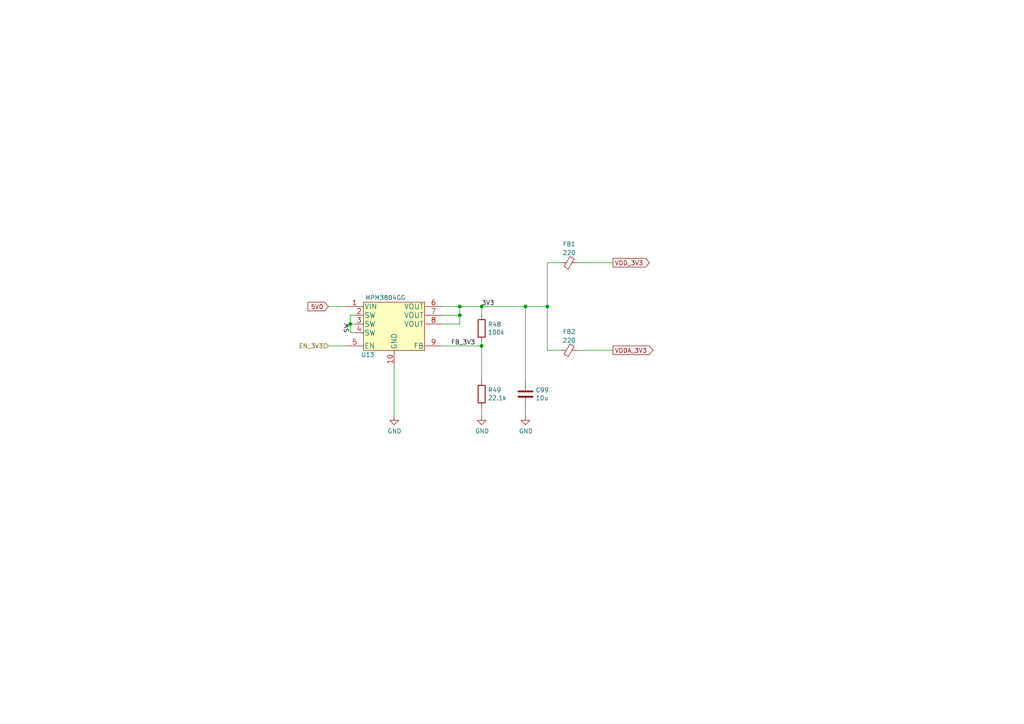
<source format=kicad_sch>
(kicad_sch (version 20231120) (generator "eeschema") (generator_version "8.0")
  (paper "A4")
  (title_block (title "Open MOtor DRiver Initiative  - Single Axis (OMODRI_SA)") (date "2024-03-20") (rev "1.0") (company "LAAS/CNRS"))
  (lib_symbols
    (symbol "Device:C" (pin_numbers hide) (pin_names (offset 0.254))
      (property "Reference" "C" (at 0.635 2.54 0))
      (property "Value" "C" (at 0.635 -2.54 0))
      (symbol "C_0_1"
        (polyline (pts (xy -2.032 -0.762) (xy 2.032 -0.762)) (stroke (width 0.508)))
        (polyline (pts (xy -2.032 0.762) (xy 2.032 0.762)) (stroke (width 0.508)))
      )
      (symbol "C_1_1"
        (pin passive line (at 0 3.81 270) (length 2.794) (name "~") (number "1"))
        (pin passive line (at 0 -3.81 90) (length 2.794) (name "~") (number "2"))
      )
    )
    (symbol "Device:FerriteBead_Small" (pin_numbers hide) (pin_names (offset 0))
      (property "Reference" "FB" (at 1.905 1.27 0))
      (property "Value" "FerriteBead_Small" (at 1.905 -1.27 0))
      (symbol "FerriteBead_Small_0_1"
        (polyline (pts (xy 0 -1.27) (xy 0 -0.7874)))
        (polyline (pts (xy 0 0.889) (xy 0 1.2954)))
        (polyline (pts (xy -1.8288 0.2794) (xy -1.1176 1.4986) (xy 1.8288 -0.2032) (xy 1.1176 -1.4224) (xy -1.8288 0.2794)))
      )
      (symbol "FerriteBead_Small_1_1"
        (pin passive line (at 0 2.54 270) (length 1.27) (name "~") (number "1"))
        (pin passive line (at 0 -2.54 90) (length 1.27) (name "~") (number "2"))
      )
    )
    (symbol "Device:R" (pin_numbers hide) (pin_names (offset 0))
      (property "Reference" "R" (at 2.032 0 90))
      (property "Value" "R" (at 0 0 90))
      (symbol "R_0_1"
        (rectangle (start -1.016 -2.54) (end 1.016 2.54) (stroke (width 0.254)))
      )
      (symbol "R_1_1"
        (pin passive line (at 0 3.81 270) (length 1.27) (name "~") (number "1"))
        (pin passive line (at 0 -3.81 90) (length 1.27) (name "~") (number "2"))
      )
    )
    (symbol "omodri_lib:MPM3804GG" (pin_names (offset 0.254))
      (property "Reference" "U" (at -8.89 11.43 0))
      (property "Value" "MPM3804GG" (at -3.81 8.89 0))
      (symbol "MPM3804GG_1_1"
        (rectangle (start -8.89 7.62) (end 8.89 -6.35) (fill (type background)))
        (pin power_in line (at -13.97 6.35 0) (length 5.08) (name "VIN") (number "1"))
        (pin power_in line (at 0 -11.43 90) (length 5.08) (name "GND") (number "10"))
        (pin passive line (at -11.43 3.81 0) (length 2.54) (name "SW") (number "2"))
        (pin passive line (at -11.43 1.27 0) (length 2.54) (name "SW") (number "3"))
        (pin passive line (at -11.43 -1.27 0) (length 2.54) (name "SW") (number "4"))
        (pin input line (at -13.97 -5.08 0) (length 5.08) (name "EN") (number "5"))
        (pin power_out line (at 13.97 6.35 180) (length 5.08) (name "VOUT") (number "6"))
        (pin passive line (at 13.97 3.81 180) (length 5.08) (name "VOUT") (number "7"))
        (pin passive line (at 13.97 1.27 180) (length 5.08) (name "VOUT") (number "8"))
        (pin input line (at 13.97 -5.08 180) (length 5.08) (name "FB") (number "9"))
      )
    )
    (symbol "power:GND" (power) (pin_numbers hide) (pin_names (offset 0) hide)
      (property "Value" "GND" (at 0 -3.81 0))
      (symbol "GND_0_1"
        (polyline (pts (xy 0 0) (xy 0 -1.27) (xy 1.27 -1.27) (xy 0 -2.54) (xy -1.27 -1.27) (xy 0 -1.27)))
      )
      (symbol "GND_1_1"
        (pin power_in line (at 0 0 270) (length 0) (name "~") (number "1"))
      )
    )
  )
  (junction (at 101.6 93.98))
  (junction (at 133.35 88.9))
  (junction (at 139.7 100.33))
  (junction (at 139.7 88.9))
  (junction (at 133.35 91.44))
  (junction (at 152.4 88.9))
  (junction (at 158.75 88.9))
  (wire (pts (xy 128.27 88.9) (xy 133.35 88.9)))
  (wire (pts (xy 162.56 76.2) (xy 158.75 76.2)))
  (wire (pts (xy 139.7 88.9) (xy 152.4 88.9)))
  (wire (pts (xy 167.64 101.6) (xy 177.8 101.6)))
  (wire (pts (xy 139.7 100.33) (xy 139.7 110.49)))
  (wire (pts (xy 128.27 91.44) (xy 133.35 91.44)))
  (wire (pts (xy 101.6 96.52) (xy 101.6 93.98)))
  (wire (pts (xy 133.35 93.98) (xy 133.35 91.44)))
  (wire (pts (xy 100.33 88.9) (xy 95.25 88.9)))
  (wire (pts (xy 158.75 101.6) (xy 162.56 101.6)))
  (wire (pts (xy 133.35 91.44) (xy 133.35 88.9)))
  (wire (pts (xy 139.7 120.65) (xy 139.7 118.11)))
  (wire (pts (xy 114.3 106.68) (xy 114.3 120.65)))
  (wire (pts (xy 158.75 88.9) (xy 158.75 101.6)))
  (wire (pts (xy 152.4 88.9) (xy 152.4 110.49)))
  (wire (pts (xy 128.27 93.98) (xy 133.35 93.98)))
  (wire (pts (xy 101.6 91.44) (xy 101.6 93.98)))
  (wire (pts (xy 95.25 100.33) (xy 100.33 100.33)))
  (wire (pts (xy 158.75 76.2) (xy 158.75 88.9)))
  (wire (pts (xy 139.7 99.06) (xy 139.7 100.33)))
  (wire (pts (xy 139.7 88.9) (xy 139.7 91.44)))
  (wire (pts (xy 152.4 88.9) (xy 158.75 88.9)))
  (wire (pts (xy 102.87 96.52) (xy 101.6 96.52)))
  (wire (pts (xy 152.4 118.11) (xy 152.4 120.65)))
  (wire (pts (xy 101.6 93.98) (xy 102.87 93.98)))
  (wire (pts (xy 128.27 100.33) (xy 139.7 100.33)))
  (wire (pts (xy 133.35 88.9) (xy 139.7 88.9)))
  (wire (pts (xy 102.87 91.44) (xy 101.6 91.44)))
  (wire (pts (xy 167.64 76.2) (xy 177.8 76.2)))
  (label "FB_3V3" (at 130.81 100.33 0))
  (label "SW" (at 101.6 96.52 90))
  (label "3V3" (at 139.7 88.9 0))
  (global_label "VDD_3V3" (shape output) (at 177.8 76.2 0) (property "Intersheetrefs" "${INTERSHEET_REFS}" (effects (hide yes))) (property "Références Inter-Feuilles" "${INTERSHEET_REFS}" (effects (hide yes))))
  (global_label "5V0" (shape input) (at 95.25 88.9 180) (property "Intersheetrefs" "${INTERSHEET_REFS}" (effects (hide yes))) (property "Références Inter-Feuilles" "${INTERSHEET_REFS}" (effects (hide yes))))
  (global_label "VDDA_3V3" (shape output) (at 177.8 101.6 0) (property "Intersheetrefs" "${INTERSHEET_REFS}" (effects (hide yes))) (property "Références Inter-Feuilles" "${INTERSHEET_REFS}" (effects (hide yes))))
  (hierarchical_label "EN_3V3" (shape input) (at 95.25 100.33 180))
  (symbol (lib_id "power:GND") (at 114.3 120.65 0) (unit 1)
    (property "Reference" "#PWR0157" (effects (hide yes)))
    (property "Value" "GND" (at 114.427 125.0442 0))
    (property "Description" "Power symbol creates a global label with name \"GND\" , ground" (effects (hide yes)))
  )
  (symbol (lib_id "power:GND") (at 152.4 120.65 0) (unit 1)
    (property "Reference" "#PWR0159" (effects (hide yes)))
    (property "Value" "GND" (at 152.527 125.0442 0))
    (property "Description" "Power symbol creates a global label with name \"GND\" , ground" (effects (hide yes)))
  )
  (symbol (lib_id "power:GND") (at 139.7 120.65 0) (unit 1)
    (property "Reference" "#PWR0158" (effects (hide yes)))
    (property "Value" "GND" (at 139.827 125.0442 0))
    (property "Description" "Power symbol creates a global label with name \"GND\" , ground" (effects (hide yes)))
  )
  (symbol (lib_id "Device:R") (at 139.7 95.25 0) (unit 1)
    (property "Reference" "R48" (at 141.478 94.0816 0) (effects (justify left)))
    (property "Value" "100k" (at 141.478 96.393 0) (effects (justify left)))
    (property "Footprint" "Resistor_SMD:R_0201_0603Metric" (effects (hide yes)))
    (property "Datasheet" "https://industrial.panasonic.com/sa/products/pt/general-purpose-chip-resistors/models/ERJ1GNF1003C" (effects (hide yes)))
    (property "Description" "0201, 100kΩ, 0.05W, ±1%, SMD  resistor" (effects (hide yes)))
    (property "DigiKey" "P122655CT-ND" (effects (hide yes)))
    (property "Farnell" "2302389" (effects (hide yes)))
    (property "Mouser" "667-ERJ-1GNF1003C" (effects (hide yes)))
    (property "Part No" "ERJ1GNF1003C" (effects (hide yes)))
    (property "RS" "179-7130" (effects (hide yes)))
    (property "LCSC" " C717003" (effects (hide yes)))
    (property "Manufacturer" "PANASONIC" (effects (hide yes)))
    (property "Assembling" "SMD" (effects (hide yes)))
  )
  (symbol (lib_id "Device:R") (at 139.7 114.3 0) (unit 1)
    (property "Reference" "R49" (at 141.478 113.1316 0) (effects (justify left)))
    (property "Value" "22.1k" (at 141.478 115.443 0) (effects (justify left)))
    (property "Footprint" "Resistor_SMD:R_0201_0603Metric" (effects (hide yes)))
    (property "Datasheet" "https://industrial.panasonic.com/sa/products/pt/general-purpose-chip-resistors/models/ERJ1GNF2212C" (effects (hide yes)))
    (property "Description" "0201, 22.1kΩ, 0.05W, ±1%, SMD  resistor" (effects (hide yes)))
    (property "DigiKey" "P122837CT-ND" (effects (hide yes)))
    (property "Farnell" "3335196" (effects (hide yes)))
    (property "Mouser" "667-ERJ-1GNF2212C" (effects (hide yes)))
    (property "Part No" "ERJ1GNF2212C" (effects (hide yes)))
    (property "LCSC" "C4014639" (effects (hide yes)))
    (property "Manufacturer" "PANASONIC" (effects (hide yes)))
    (property "Assembling" "SMD" (effects (hide yes)))
  )
  (symbol (lib_id "omodri_lib:MPM3804GG") (at 114.3 95.25 0) (unit 1)
    (property "Reference" "U13" (at 106.68 102.87 0))
    (property "Value" "MPM3804GG" (at 111.76 86.36 0))
    (property "Footprint" "udriver3:QFN-10_2x2mm_P0.5mm" (effects (hide yes)))
    (property "Datasheet" "https://www.monolithicpower.com/en/documentview/productdocument/index/version/2/document_type/Datasheet/lang/en/sku/MPM3804GG/document_id/2122/" (effects (hide yes)))
    (property "Description" "QFN-10, 2.3V to 5.5V, 0.6A, Step-Down Converter /w Integrated Inductor in Ultra-Small 2x2x0.9mm" (effects (hide yes)))
    (property "DigiKey" "1589-1982-1-ND" (effects (hide yes)))
    (property "Farnell" "3358188" (effects (hide yes)))
    (property "Mouser" "946-MPM3804GG-Z" (effects (hide yes)))
    (property "Part No" "MPM3804GG" (effects (hide yes)))
    (property "LCSC" "C5799646" (effects (hide yes)))
    (property "Manufacturer" "MPS" (effects (hide yes)))
    (property "Assembling" "SMD" (effects (hide yes)))
  )
  (symbol (lib_id "Device:C") (at 152.4 114.3 0) (unit 1)
    (property "Reference" "C99" (at 155.321 113.1316 0) (effects (justify left)))
    (property "Value" "10u" (at 155.321 115.443 0) (effects (justify left)))
    (property "Footprint" "Capacitor_SMD:C_0402_1005Metric" (effects (hide yes)))
    (property "Datasheet" "https://www.murata.com/en-eu/products/productdetail?partno=GRM155R61A106ME11%23" (effects (hide yes)))
    (property "Description" "0402, 10uf, 10V,  ±20%, X5R, SMD MLCC" (effects (hide yes)))
    (property "DigiKey" "490-GRM155R61A106ME11DCT-ND" (effects (hide yes)))
    (property "Farnell" "3785802" (effects (hide yes)))
    (property "Mouser" "81-GRM155R61A106ME1D" (effects (hide yes)))
    (property "Part No" "GRM155R61A106ME11D" (effects (hide yes)))
    (property "RS" "260-8765" (effects (hide yes)))
    (property "LCSC" "C408132" (effects (hide yes)))
    (property "Manufacturer" "MURATA" (effects (hide yes)))
    (property "Assembling" "SMD" (effects (hide yes)))
  )
  (symbol (lib_id "Device:FerriteBead_Small") (at 165.1 76.2 90) (unit 1)
    (property "Reference" "FB1" (at 165.0619 70.7984 90))
    (property "Value" "220" (at 165.0619 73.3353 90))
    (property "Footprint" "Resistor_SMD:R_0603_1608Metric" (effects (hide yes)))
    (property "Datasheet" "https://www.murata.com/en-eu/products/productdetail?partno=BLM18SG221TN1%23" (effects (hide yes)))
    (property "Description" "0603, 0.04Ω(DC), 220Ω(100MHz), ferrite bead" (effects (hide yes)))
    (property "DigiKey" "490-5225-1-ND" (effects (hide yes)))
    (property "Farnell" "1515753" (effects (hide yes)))
    (property "Mouser" "81-BLM18SG221TN1D" (effects (hide yes)))
    (property "Part No" "BLM18SG221TN1D" (effects (hide yes)))
    (property "LCSC" "C88988" (effects (hide yes)))
    (property "Manufacturer" "MURATA" (effects (hide yes)))
    (property "Assembling" "SMD" (effects (hide yes)))
  )
  (symbol (lib_id "Device:FerriteBead_Small") (at 165.1 101.6 90) (unit 1)
    (property "Reference" "FB2" (at 165.0619 96.1984 90))
    (property "Value" "220" (at 165.0619 98.7353 90))
    (property "Footprint" "Resistor_SMD:R_0603_1608Metric" (effects (hide yes)))
    (property "Datasheet" "https://www.murata.com/en-eu/products/productdetail?partno=BLM18SG221TN1%23" (effects (hide yes)))
    (property "Description" "0603, 0.04Ω(DC), 220Ω(100MHz), ferrite bead" (effects (hide yes)))
    (property "DigiKey" "490-5225-1-ND" (effects (hide yes)))
    (property "Farnell" "1515753" (effects (hide yes)))
    (property "Mouser" "81-BLM18SG221TN1D" (effects (hide yes)))
    (property "Part No" "BLM18SG221TN1D" (effects (hide yes)))
    (property "LCSC" "C88988" (effects (hide yes)))
    (property "Manufacturer" "MURATA" (effects (hide yes)))
    (property "Assembling" "SMD" (effects (hide yes)))
  )
)
</source>
